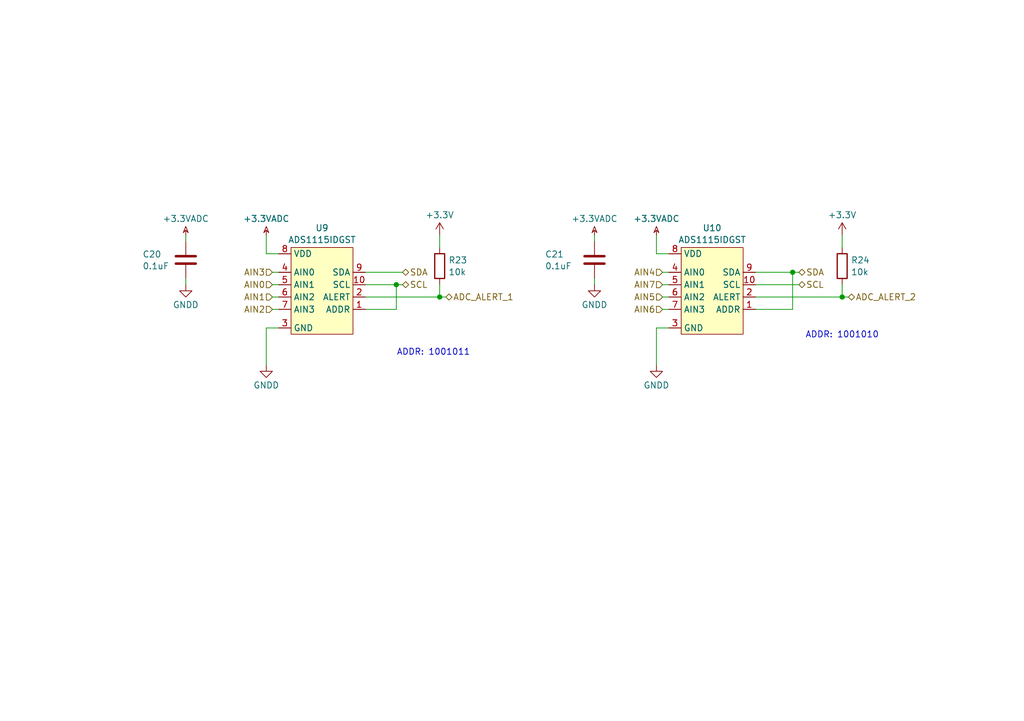
<source format=kicad_sch>
(kicad_sch (version 20231120) (generator "eeschema") (generator_version "8.0")
  (paper "A5")
  (lib_symbols
    (symbol "0.power-symbols:+3.3V" (power) (pin_names (offset 0))
      (property "Value" "+3.3V" (at 0 3.556 0))
      (symbol "+3.3V_0_1"
        (polyline (pts (xy -0.762 1.27) (xy 0 2.54)))
        (polyline (pts (xy 0 0) (xy 0 2.54)))
        (polyline (pts (xy 0 2.54) (xy 0.762 1.27)))
      )
      (symbol "+3.3V_1_1"
        (pin power_in line (at 0 0 90) (length 0) hide (name "+3V3") (number "1"))
      )
    )
    (symbol "0.power-symbols:+3.3VADC" (power) (pin_names (offset 0))
      (property "Value" "+3.3VADC" (at 0 2.54 0))
      (symbol "+3.3VADC_0_0"
        (pin power_in line (at 0 0 90) (length 0) hide (name "+3.3VADC") (number "1"))
      )
      (symbol "+3.3VADC_0_1"
        (polyline (pts (xy 0 0) (xy 0 1.016) (xy 0 1.016)))
        (polyline (pts (xy 0 1.016) (xy 0.508 0.508) (xy 0 1.778) (xy -0.508 0.508) (xy 0 1.016) (xy 0 1.016)))
      )
    )
    (symbol "0.power-symbols:GNDD" (power) (pin_names (offset 0))
      (property "Value" "GNDD" (at 0 -3.81 0))
      (symbol "GNDD_0_1"
        (polyline (pts (xy 0 0) (xy 0 -1.27) (xy 1.27 -1.27) (xy 0 -2.54) (xy -1.27 -1.27) (xy 0 -1.27)))
      )
      (symbol "GNDD_1_1"
        (pin power_in line (at 0 0 270) (length 0) hide (name "GNDD") (number "1"))
      )
    )
    (symbol "1.semi.ic.dataAcquisition:ADS1115IDGST"
      (property "Reference" "U" (at 0 3.81 0))
      (property "Value" "ADS1115IDGST" (at 0 1.27 0))
      (symbol "ADS1115IDGST_1_1"
        (rectangle (start -6.35 0) (end 6.35 -17.78) (fill (type background)))
        (pin bidirectional line (at 8.89 -12.7 180) (length 2.54) (name "ADDR") (number "1"))
        (pin bidirectional line (at 8.89 -7.62 180) (length 2.54) (name "SCL") (number "10"))
        (pin output line (at 8.89 -10.16 180) (length 2.54) (name "ALERT") (number "2"))
        (pin power_in line (at -8.89 -16.51 0) (length 2.54) (name "GND") (number "3"))
        (pin input line (at -8.89 -5.08 0) (length 2.54) (name "AIN0") (number "4"))
        (pin input line (at -8.89 -7.62 0) (length 2.54) (name "AIN1") (number "5"))
        (pin input line (at -8.89 -10.16 0) (length 2.54) (name "AIN2") (number "6"))
        (pin input line (at -8.89 -12.7 0) (length 2.54) (name "AIN3") (number "7"))
        (pin power_in line (at -8.89 -1.27 0) (length 2.54) (name "VDD") (number "8"))
        (pin bidirectional line (at 8.89 -5.08 180) (length 2.54) (name "SDA") (number "9"))
      )
    )
    (symbol "2.passive:C" (pin_numbers hide) (pin_names (offset 0.254))
      (property "Reference" "C" (at 0.635 2.54 0))
      (property "Value" "C" (at 0.635 -2.54 0))
      (symbol "C_0_1"
        (polyline (pts (xy -2.032 -0.762) (xy 2.032 -0.762)) (stroke (width 0.508)))
        (polyline (pts (xy -2.032 0.762) (xy 2.032 0.762)) (stroke (width 0.508)))
      )
      (symbol "C_1_1"
        (pin passive line (at 0 3.81 270) (length 2.794) (name "~") (number "1"))
        (pin passive line (at 0 -3.81 90) (length 2.794) (name "~") (number "2"))
      )
    )
    (symbol "2.passive:R" (pin_numbers hide) (pin_names (offset 0))
      (property "Reference" "R" (at 2.032 0 90))
      (property "Value" "R" (at 0 0 90))
      (symbol "R_0_1"
        (rectangle (start -1.016 -2.54) (end 1.016 2.54) (stroke (width 0.254)))
      )
      (symbol "R_1_1"
        (pin passive line (at 0 3.81 270) (length 1.27) (name "~") (number "1"))
        (pin passive line (at 0 -3.81 90) (length 1.27) (name "~") (number "2"))
      )
    )
    (symbol "ADS1115IDGST_1"
      (property "Reference" "U" (at 0 3.81 0))
      (property "Value" "ADS1115IDGST" (at 0 1.27 0))
      (symbol "ADS1115IDGST_1_1_1"
        (rectangle (start -6.35 0) (end 6.35 -17.78) (fill (type background)))
        (pin passive line (at 8.89 -12.7 180) (length 2.54) (name "ADDR") (number "1"))
        (pin bidirectional line (at 8.89 -7.62 180) (length 2.54) (name "SCL") (number "10"))
        (pin output line (at 8.89 -10.16 180) (length 2.54) (name "ALERT") (number "2"))
        (pin power_in line (at -8.89 -16.51 0) (length 2.54) (name "GND") (number "3"))
        (pin input line (at -8.89 -5.08 0) (length 2.54) (name "AIN0") (number "4"))
        (pin input line (at -8.89 -7.62 0) (length 2.54) (name "AIN1") (number "5"))
        (pin input line (at -8.89 -10.16 0) (length 2.54) (name "AIN2") (number "6"))
        (pin input line (at -8.89 -12.7 0) (length 2.54) (name "AIN3") (number "7"))
        (pin power_in line (at -8.89 -1.27 0) (length 2.54) (name "VDD") (number "8"))
        (pin bidirectional line (at 8.89 -5.08 180) (length 2.54) (name "SDA") (number "9"))
      )
    )
  )
  (junction (at 81.28 58.42))
  (junction (at 162.56 55.88))
  (junction (at 90.17 60.96))
  (junction (at 172.72 60.96))
  (wire (pts (xy 163.83 55.88) (xy 162.56 55.88)))
  (wire (pts (xy 81.28 63.5) (xy 81.28 58.42)))
  (wire (pts (xy 90.17 60.96) (xy 91.44 60.96)))
  (wire (pts (xy 54.61 67.31) (xy 57.15 67.31)))
  (wire (pts (xy 74.93 63.5) (xy 81.28 63.5)))
  (wire (pts (xy 154.94 60.96) (xy 172.72 60.96)))
  (wire (pts (xy 54.61 74.93) (xy 54.61 67.31)))
  (wire (pts (xy 134.62 52.07) (xy 137.16 52.07)))
  (wire (pts (xy 134.62 74.93) (xy 134.62 67.31)))
  (wire (pts (xy 154.94 63.5) (xy 162.56 63.5)))
  (wire (pts (xy 81.28 58.42) (xy 82.55 58.42)))
  (wire (pts (xy 38.1 57.15) (xy 38.1 58.42)))
  (wire (pts (xy 90.17 58.42) (xy 90.17 60.96)))
  (wire (pts (xy 74.93 58.42) (xy 81.28 58.42)))
  (wire (pts (xy 55.88 60.96) (xy 57.15 60.96)))
  (wire (pts (xy 172.72 60.96) (xy 173.99 60.96)))
  (wire (pts (xy 154.94 58.42) (xy 163.83 58.42)))
  (wire (pts (xy 134.62 48.26) (xy 134.62 52.07)))
  (wire (pts (xy 121.92 57.15) (xy 121.92 58.42)))
  (wire (pts (xy 162.56 63.5) (xy 162.56 55.88)))
  (wire (pts (xy 74.93 55.88) (xy 82.55 55.88)))
  (wire (pts (xy 54.61 48.26) (xy 54.61 52.07)))
  (wire (pts (xy 172.72 58.42) (xy 172.72 60.96)))
  (wire (pts (xy 172.72 48.26) (xy 172.72 50.8)))
  (wire (pts (xy 121.92 48.26) (xy 121.92 49.53)))
  (wire (pts (xy 74.93 60.96) (xy 90.17 60.96)))
  (wire (pts (xy 38.1 48.26) (xy 38.1 49.53)))
  (wire (pts (xy 135.89 58.42) (xy 137.16 58.42)))
  (wire (pts (xy 135.89 60.96) (xy 137.16 60.96)))
  (wire (pts (xy 135.89 63.5) (xy 137.16 63.5)))
  (wire (pts (xy 134.62 67.31) (xy 137.16 67.31)))
  (wire (pts (xy 55.88 55.88) (xy 57.15 55.88)))
  (wire (pts (xy 55.88 58.42) (xy 57.15 58.42)))
  (wire (pts (xy 90.17 48.26) (xy 90.17 50.8)))
  (wire (pts (xy 154.94 55.88) (xy 162.56 55.88)))
  (wire (pts (xy 135.89 55.88) (xy 137.16 55.88)))
  (wire (pts (xy 54.61 52.07) (xy 57.15 52.07)))
  (wire (pts (xy 55.88 63.5) (xy 57.15 63.5)))
  (text "ADDR: 1001010\n\n" (at 172.72 69.85 0) (effects (font (size 1.27 1.27))))
  (text "ADDR: 1001011\n" (at 88.9 72.39 0) (effects (font (size 1.27 1.27))))
  (hierarchical_label "SCL" (shape bidirectional) (at 163.83 58.42 0))
  (hierarchical_label "ADC_ALERT_2" (shape bidirectional) (at 173.99 60.96 0))
  (hierarchical_label "AIN0" (shape input) (at 55.88 58.42 180))
  (hierarchical_label "AIN4" (shape input) (at 135.89 55.88 180))
  (hierarchical_label "AIN3" (shape input) (at 55.88 55.88 180))
  (hierarchical_label "AIN5" (shape input) (at 135.89 60.96 180))
  (hierarchical_label "SDA" (shape bidirectional) (at 82.55 55.88 0))
  (hierarchical_label "AIN7" (shape input) (at 135.89 58.42 180))
  (hierarchical_label "SCL" (shape bidirectional) (at 82.55 58.42 0))
  (hierarchical_label "ADC_ALERT_1" (shape bidirectional) (at 91.44 60.96 0))
  (hierarchical_label "SDA" (shape bidirectional) (at 163.83 55.88 0))
  (hierarchical_label "AIN2" (shape input) (at 55.88 63.5 180))
  (hierarchical_label "AIN1" (shape input) (at 55.88 60.96 180))
  (hierarchical_label "AIN6" (shape input) (at 135.89 63.5 180))
  (symbol (lib_id "0.power-symbols:+3.3V") (at 172.72 48.26 0) (unit 1)
    (property "Reference" "#PWR063" (effects (hide yes)))
    (property "Value" "+3.3V" (at 172.72 44.1269 0))
  )
  (symbol (lib_id "0.power-symbols:GNDD") (at 134.62 74.93 0) (unit 1)
    (property "Reference" "#PWR015" (effects (hide yes)))
    (property "Value" "GNDD" (at 134.62 79.0631 0))
  )
  (symbol (lib_id "0.power-symbols:+3.3VADC") (at 134.62 48.26 0) (unit 1)
    (property "Reference" "#PWR060" (effects (hide yes)))
    (property "Value" "+3.3VADC" (at 134.62 44.8889 0))
  )
  (symbol (lib_id "0.power-symbols:+3.3V") (at 90.17 48.26 0) (unit 1)
    (property "Reference" "#PWR055" (effects (hide yes)))
    (property "Value" "+3.3V" (at 90.17 44.1269 0))
  )
  (symbol (lib_id "2.passive:R") (at 172.72 54.61 0) (unit 1)
    (property "Reference" "R24" (at 174.498 53.3978 0) (effects (justify left)))
    (property "Value" "10k" (at 174.498 55.8221 0) (effects (justify left)))
    (property "Footprint" "2_Passives_Resistors_SMD_IPC:R_1608_603_B" (effects (hide yes)))
    (property "Description" "Resistor" (effects (hide yes)))
    (property "PN" "1,2" (effects (hide yes)))
    (property "MPN" "C5123581" (effects (hide yes)))
  )
  (symbol (lib_id "0.power-symbols:+3.3VADC") (at 38.1 48.26 0) (unit 1)
    (property "Reference" "#PWR062" (effects (hide yes)))
    (property "Value" "+3.3VADC" (at 38.1 44.8889 0))
  )
  (symbol (lib_id "0.power-symbols:GNDD") (at 54.61 74.93 0) (unit 1)
    (property "Reference" "#PWR017" (effects (hide yes)))
    (property "Value" "GNDD" (at 54.61 79.0631 0))
  )
  (symbol (lib_id "0.power-symbols:GNDD") (at 38.1 58.42 0) (unit 1)
    (property "Reference" "#PWR059" (effects (hide yes)))
    (property "Value" "GNDD" (at 38.1 62.5531 0))
  )
  (symbol (lib_id "0.power-symbols:+3.3VADC") (at 54.61 48.26 0) (unit 1)
    (property "Reference" "#PWR056" (effects (hide yes)))
    (property "Value" "+3.3VADC" (at 54.61 44.8889 0))
  )
  (symbol (lib_name "ADS1115IDGST_1") (lib_id "1.semi.ic.dataAcquisition:ADS1115IDGST") (at 146.05 50.8 0) (unit 1)
    (property "Reference" "U10" (at 146.05 46.7825 0))
    (property "Value" "ADS1115IDGST" (at 146.05 49.2068 0))
    (property "Footprint" "1_Semi_QFN:VSSOP-10_3x3mm_P0.5mm" (effects (hide yes)))
    (property "PN" "4,15" (effects (hide yes)))
  )
  (symbol (lib_id "0.power-symbols:GNDD") (at 121.92 58.42 0) (unit 1)
    (property "Reference" "#PWR054" (effects (hide yes)))
    (property "Value" "GNDD" (at 121.92 62.5531 0))
  )
  (symbol (lib_id "0.power-symbols:+3.3VADC") (at 121.92 48.26 0) (unit 1)
    (property "Reference" "#PWR085" (effects (hide yes)))
    (property "Value" "+3.3VADC" (at 121.92 44.8889 0))
  )
  (symbol (lib_id "2.passive:R") (at 90.17 54.61 0) (unit 1)
    (property "Reference" "R23" (at 91.948 53.3978 0) (effects (justify left)))
    (property "Value" "10k" (at 91.948 55.8221 0) (effects (justify left)))
    (property "Footprint" "2_Passives_Resistors_SMD_IPC:R_1608_603_B" (effects (hide yes)))
    (property "Description" "Resistor" (effects (hide yes)))
    (property "PN" "1,2" (effects (hide yes)))
    (property "MPN" "C5123581" (effects (hide yes)))
  )
  (symbol (lib_id "1.semi.ic.dataAcquisition:ADS1115IDGST") (at 66.04 50.8 0) (unit 1)
    (property "Reference" "U9" (at 66.04 46.7825 0))
    (property "Value" "ADS1115IDGST" (at 66.04 49.2068 0))
    (property "Footprint" "1_Semi_QFN:VSSOP-10_3x3mm_P0.5mm" (effects (hide yes)))
    (property "PN" "4,15" (effects (hide yes)))
  )
  (symbol (lib_id "2.passive:C") (at 38.1 53.34 0) (unit 1)
    (property "Reference" "C20" (at 29.21 52.1857 0) (effects (justify left)))
    (property "Value" "0.1uF" (at 29.21 54.61 0) (effects (justify left)))
    (property "Footprint" "2_Passives_Capacitors_SMD_IPC:C_1608_603_B" (effects (hide yes)))
    (property "Description" "Unpolarized capacitor" (effects (hide yes)))
    (property "PN" "2,10" (effects (hide yes)))
    (property "MPN" "C2909630" (effects (hide yes)))
  )
  (symbol (lib_id "2.passive:C") (at 121.92 53.34 0) (unit 1)
    (property "Reference" "C21" (at 111.76 52.1857 0) (effects (justify left)))
    (property "Value" "0.1uF" (at 111.76 54.61 0) (effects (justify left)))
    (property "Footprint" "2_Passives_Capacitors_SMD_IPC:C_1608_603_B" (effects (hide yes)))
    (property "Description" "Unpolarized capacitor" (effects (hide yes)))
    (property "PN" "2,10" (effects (hide yes)))
    (property "MPN" "C2909630" (effects (hide yes)))
  )
)
</source>
